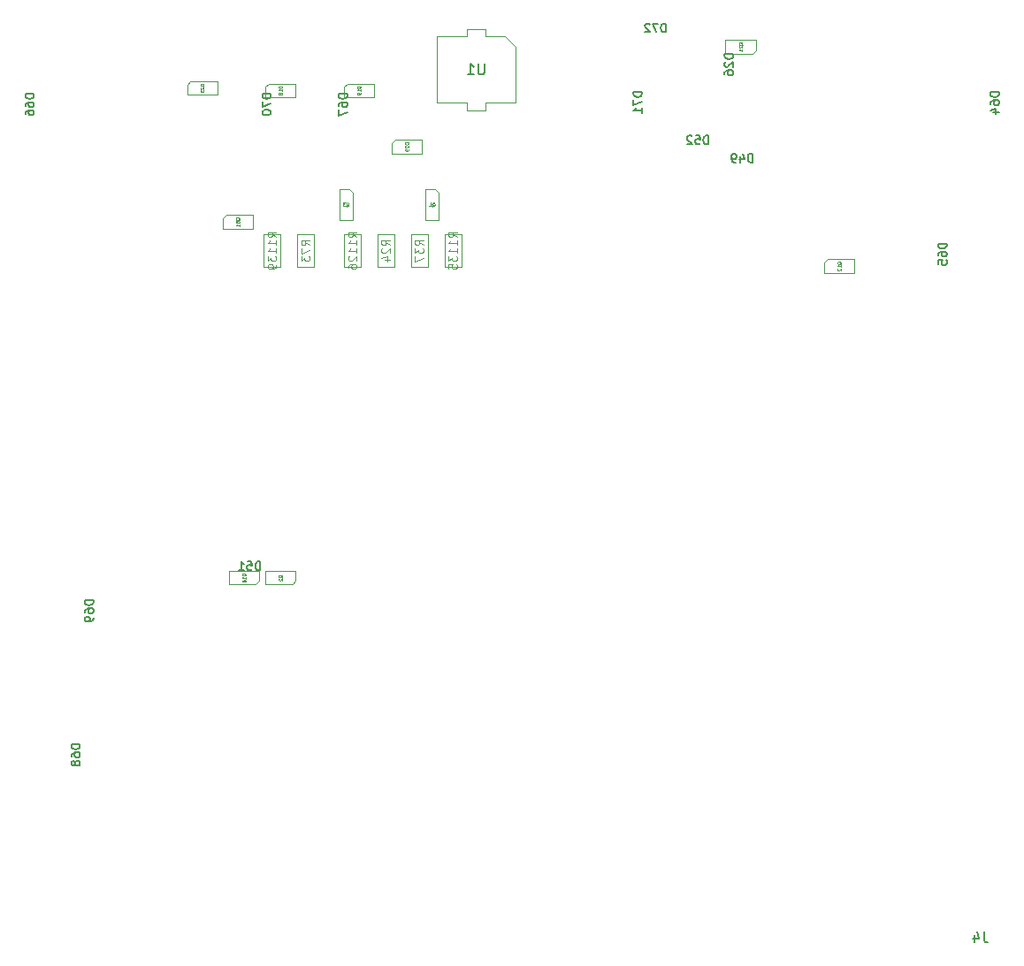
<source format=gbr>
G04 #@! TF.GenerationSoftware,KiCad,Pcbnew,7.0.1*
G04 #@! TF.CreationDate,2023-07-12T00:32:14+03:00*
G04 #@! TF.ProjectId,alphax_4ch,616c7068-6178-45f3-9463-682e6b696361,G*
G04 #@! TF.SameCoordinates,PX141f5e0PYa2cace0*
G04 #@! TF.FileFunction,AssemblyDrawing,Bot*
%FSLAX46Y46*%
G04 Gerber Fmt 4.6, Leading zero omitted, Abs format (unit mm)*
G04 Created by KiCad (PCBNEW 7.0.1) date 2023-07-12 00:32:14*
%MOMM*%
%LPD*%
G01*
G04 APERTURE LIST*
%ADD10C,0.170000*%
%ADD11C,0.050000*%
%ADD12C,0.120000*%
%ADD13C,0.150000*%
%ADD14C,0.100000*%
G04 APERTURE END LIST*
D10*
G04 #@! TO.C,D49*
X72995713Y77945652D02*
X72995713Y78765652D01*
X72995713Y78765652D02*
X72800475Y78765652D01*
X72800475Y78765652D02*
X72683332Y78726604D01*
X72683332Y78726604D02*
X72605237Y78648509D01*
X72605237Y78648509D02*
X72566190Y78570414D01*
X72566190Y78570414D02*
X72527142Y78414223D01*
X72527142Y78414223D02*
X72527142Y78297080D01*
X72527142Y78297080D02*
X72566190Y78140890D01*
X72566190Y78140890D02*
X72605237Y78062795D01*
X72605237Y78062795D02*
X72683332Y77984699D01*
X72683332Y77984699D02*
X72800475Y77945652D01*
X72800475Y77945652D02*
X72995713Y77945652D01*
X71824285Y78492319D02*
X71824285Y77945652D01*
X72019523Y78804699D02*
X72214761Y78218985D01*
X72214761Y78218985D02*
X71707142Y78218985D01*
X71355714Y77945652D02*
X71199523Y77945652D01*
X71199523Y77945652D02*
X71121428Y77984699D01*
X71121428Y77984699D02*
X71082380Y78023747D01*
X71082380Y78023747D02*
X71004285Y78140890D01*
X71004285Y78140890D02*
X70965238Y78297080D01*
X70965238Y78297080D02*
X70965238Y78609461D01*
X70965238Y78609461D02*
X71004285Y78687557D01*
X71004285Y78687557D02*
X71043333Y78726604D01*
X71043333Y78726604D02*
X71121428Y78765652D01*
X71121428Y78765652D02*
X71277619Y78765652D01*
X71277619Y78765652D02*
X71355714Y78726604D01*
X71355714Y78726604D02*
X71394761Y78687557D01*
X71394761Y78687557D02*
X71433809Y78609461D01*
X71433809Y78609461D02*
X71433809Y78414223D01*
X71433809Y78414223D02*
X71394761Y78336128D01*
X71394761Y78336128D02*
X71355714Y78297080D01*
X71355714Y78297080D02*
X71277619Y78258033D01*
X71277619Y78258033D02*
X71121428Y78258033D01*
X71121428Y78258033D02*
X71043333Y78297080D01*
X71043333Y78297080D02*
X71004285Y78336128D01*
X71004285Y78336128D02*
X70965238Y78414223D01*
D11*
G04 #@! TO.C,D23*
X20448038Y85451072D02*
X20128038Y85451072D01*
X20128038Y85451072D02*
X20128038Y85374882D01*
X20128038Y85374882D02*
X20143276Y85329167D01*
X20143276Y85329167D02*
X20173752Y85298691D01*
X20173752Y85298691D02*
X20204228Y85283453D01*
X20204228Y85283453D02*
X20265180Y85268215D01*
X20265180Y85268215D02*
X20310895Y85268215D01*
X20310895Y85268215D02*
X20371847Y85283453D01*
X20371847Y85283453D02*
X20402323Y85298691D01*
X20402323Y85298691D02*
X20432800Y85329167D01*
X20432800Y85329167D02*
X20448038Y85374882D01*
X20448038Y85374882D02*
X20448038Y85451072D01*
X20158514Y85146310D02*
X20143276Y85131072D01*
X20143276Y85131072D02*
X20128038Y85100596D01*
X20128038Y85100596D02*
X20128038Y85024405D01*
X20128038Y85024405D02*
X20143276Y84993929D01*
X20143276Y84993929D02*
X20158514Y84978691D01*
X20158514Y84978691D02*
X20188990Y84963453D01*
X20188990Y84963453D02*
X20219466Y84963453D01*
X20219466Y84963453D02*
X20265180Y84978691D01*
X20265180Y84978691D02*
X20448038Y85161548D01*
X20448038Y85161548D02*
X20448038Y84963453D01*
X20128038Y84856786D02*
X20128038Y84658691D01*
X20128038Y84658691D02*
X20249942Y84765358D01*
X20249942Y84765358D02*
X20249942Y84719643D01*
X20249942Y84719643D02*
X20265180Y84689167D01*
X20265180Y84689167D02*
X20280419Y84673929D01*
X20280419Y84673929D02*
X20310895Y84658691D01*
X20310895Y84658691D02*
X20387085Y84658691D01*
X20387085Y84658691D02*
X20417561Y84673929D01*
X20417561Y84673929D02*
X20432800Y84689167D01*
X20432800Y84689167D02*
X20448038Y84719643D01*
X20448038Y84719643D02*
X20448038Y84811072D01*
X20448038Y84811072D02*
X20432800Y84841548D01*
X20432800Y84841548D02*
X20417561Y84856786D01*
G04 #@! TO.C,Q1*
X42330476Y73721486D02*
X42360952Y73736724D01*
X42360952Y73736724D02*
X42391428Y73767200D01*
X42391428Y73767200D02*
X42437142Y73812915D01*
X42437142Y73812915D02*
X42467619Y73828153D01*
X42467619Y73828153D02*
X42498095Y73828153D01*
X42482857Y73751962D02*
X42513333Y73767200D01*
X42513333Y73767200D02*
X42543809Y73797677D01*
X42543809Y73797677D02*
X42559047Y73858629D01*
X42559047Y73858629D02*
X42559047Y73965296D01*
X42559047Y73965296D02*
X42543809Y74026248D01*
X42543809Y74026248D02*
X42513333Y74056724D01*
X42513333Y74056724D02*
X42482857Y74071962D01*
X42482857Y74071962D02*
X42421904Y74071962D01*
X42421904Y74071962D02*
X42391428Y74056724D01*
X42391428Y74056724D02*
X42360952Y74026248D01*
X42360952Y74026248D02*
X42345714Y73965296D01*
X42345714Y73965296D02*
X42345714Y73858629D01*
X42345714Y73858629D02*
X42360952Y73797677D01*
X42360952Y73797677D02*
X42391428Y73767200D01*
X42391428Y73767200D02*
X42421904Y73751962D01*
X42421904Y73751962D02*
X42482857Y73751962D01*
X42040952Y73751962D02*
X42223809Y73751962D01*
X42132381Y73751962D02*
X42132381Y74071962D01*
X42132381Y74071962D02*
X42162857Y74026248D01*
X42162857Y74026248D02*
X42193333Y73995772D01*
X42193333Y73995772D02*
X42223809Y73980534D01*
D12*
G04 #@! TO.C,R24*
X38270095Y70014286D02*
X37889142Y70280953D01*
X38270095Y70471429D02*
X37470095Y70471429D01*
X37470095Y70471429D02*
X37470095Y70166667D01*
X37470095Y70166667D02*
X37508190Y70090477D01*
X37508190Y70090477D02*
X37546285Y70052382D01*
X37546285Y70052382D02*
X37622476Y70014286D01*
X37622476Y70014286D02*
X37736761Y70014286D01*
X37736761Y70014286D02*
X37812952Y70052382D01*
X37812952Y70052382D02*
X37851047Y70090477D01*
X37851047Y70090477D02*
X37889142Y70166667D01*
X37889142Y70166667D02*
X37889142Y70471429D01*
X37546285Y69709525D02*
X37508190Y69671429D01*
X37508190Y69671429D02*
X37470095Y69595239D01*
X37470095Y69595239D02*
X37470095Y69404763D01*
X37470095Y69404763D02*
X37508190Y69328572D01*
X37508190Y69328572D02*
X37546285Y69290477D01*
X37546285Y69290477D02*
X37622476Y69252382D01*
X37622476Y69252382D02*
X37698666Y69252382D01*
X37698666Y69252382D02*
X37812952Y69290477D01*
X37812952Y69290477D02*
X38270095Y69747620D01*
X38270095Y69747620D02*
X38270095Y69252382D01*
X37736761Y68566667D02*
X38270095Y68566667D01*
X37432000Y68757143D02*
X38003428Y68947620D01*
X38003428Y68947620D02*
X38003428Y68452381D01*
D10*
G04 #@! TO.C,D68*
X8599348Y22195714D02*
X7779348Y22195714D01*
X7779348Y22195714D02*
X7779348Y22000476D01*
X7779348Y22000476D02*
X7818396Y21883333D01*
X7818396Y21883333D02*
X7896491Y21805238D01*
X7896491Y21805238D02*
X7974586Y21766191D01*
X7974586Y21766191D02*
X8130777Y21727143D01*
X8130777Y21727143D02*
X8247920Y21727143D01*
X8247920Y21727143D02*
X8404110Y21766191D01*
X8404110Y21766191D02*
X8482205Y21805238D01*
X8482205Y21805238D02*
X8560301Y21883333D01*
X8560301Y21883333D02*
X8599348Y22000476D01*
X8599348Y22000476D02*
X8599348Y22195714D01*
X7779348Y21024286D02*
X7779348Y21180476D01*
X7779348Y21180476D02*
X7818396Y21258572D01*
X7818396Y21258572D02*
X7857443Y21297619D01*
X7857443Y21297619D02*
X7974586Y21375714D01*
X7974586Y21375714D02*
X8130777Y21414762D01*
X8130777Y21414762D02*
X8443158Y21414762D01*
X8443158Y21414762D02*
X8521253Y21375714D01*
X8521253Y21375714D02*
X8560301Y21336667D01*
X8560301Y21336667D02*
X8599348Y21258572D01*
X8599348Y21258572D02*
X8599348Y21102381D01*
X8599348Y21102381D02*
X8560301Y21024286D01*
X8560301Y21024286D02*
X8521253Y20985238D01*
X8521253Y20985238D02*
X8443158Y20946191D01*
X8443158Y20946191D02*
X8247920Y20946191D01*
X8247920Y20946191D02*
X8169824Y20985238D01*
X8169824Y20985238D02*
X8130777Y21024286D01*
X8130777Y21024286D02*
X8091729Y21102381D01*
X8091729Y21102381D02*
X8091729Y21258572D01*
X8091729Y21258572D02*
X8130777Y21336667D01*
X8130777Y21336667D02*
X8169824Y21375714D01*
X8169824Y21375714D02*
X8247920Y21414762D01*
X8130777Y20477620D02*
X8091729Y20555715D01*
X8091729Y20555715D02*
X8052681Y20594762D01*
X8052681Y20594762D02*
X7974586Y20633810D01*
X7974586Y20633810D02*
X7935539Y20633810D01*
X7935539Y20633810D02*
X7857443Y20594762D01*
X7857443Y20594762D02*
X7818396Y20555715D01*
X7818396Y20555715D02*
X7779348Y20477620D01*
X7779348Y20477620D02*
X7779348Y20321429D01*
X7779348Y20321429D02*
X7818396Y20243334D01*
X7818396Y20243334D02*
X7857443Y20204286D01*
X7857443Y20204286D02*
X7935539Y20165239D01*
X7935539Y20165239D02*
X7974586Y20165239D01*
X7974586Y20165239D02*
X8052681Y20204286D01*
X8052681Y20204286D02*
X8091729Y20243334D01*
X8091729Y20243334D02*
X8130777Y20321429D01*
X8130777Y20321429D02*
X8130777Y20477620D01*
X8130777Y20477620D02*
X8169824Y20555715D01*
X8169824Y20555715D02*
X8208872Y20594762D01*
X8208872Y20594762D02*
X8286967Y20633810D01*
X8286967Y20633810D02*
X8443158Y20633810D01*
X8443158Y20633810D02*
X8521253Y20594762D01*
X8521253Y20594762D02*
X8560301Y20555715D01*
X8560301Y20555715D02*
X8599348Y20477620D01*
X8599348Y20477620D02*
X8599348Y20321429D01*
X8599348Y20321429D02*
X8560301Y20243334D01*
X8560301Y20243334D02*
X8521253Y20204286D01*
X8521253Y20204286D02*
X8443158Y20165239D01*
X8443158Y20165239D02*
X8286967Y20165239D01*
X8286967Y20165239D02*
X8208872Y20204286D01*
X8208872Y20204286D02*
X8169824Y20243334D01*
X8169824Y20243334D02*
X8130777Y20321429D01*
G04 #@! TO.C,D65*
X91584348Y70170714D02*
X90764348Y70170714D01*
X90764348Y70170714D02*
X90764348Y69975476D01*
X90764348Y69975476D02*
X90803396Y69858333D01*
X90803396Y69858333D02*
X90881491Y69780238D01*
X90881491Y69780238D02*
X90959586Y69741191D01*
X90959586Y69741191D02*
X91115777Y69702143D01*
X91115777Y69702143D02*
X91232920Y69702143D01*
X91232920Y69702143D02*
X91389110Y69741191D01*
X91389110Y69741191D02*
X91467205Y69780238D01*
X91467205Y69780238D02*
X91545301Y69858333D01*
X91545301Y69858333D02*
X91584348Y69975476D01*
X91584348Y69975476D02*
X91584348Y70170714D01*
X90764348Y68999286D02*
X90764348Y69155476D01*
X90764348Y69155476D02*
X90803396Y69233572D01*
X90803396Y69233572D02*
X90842443Y69272619D01*
X90842443Y69272619D02*
X90959586Y69350714D01*
X90959586Y69350714D02*
X91115777Y69389762D01*
X91115777Y69389762D02*
X91428158Y69389762D01*
X91428158Y69389762D02*
X91506253Y69350714D01*
X91506253Y69350714D02*
X91545301Y69311667D01*
X91545301Y69311667D02*
X91584348Y69233572D01*
X91584348Y69233572D02*
X91584348Y69077381D01*
X91584348Y69077381D02*
X91545301Y68999286D01*
X91545301Y68999286D02*
X91506253Y68960238D01*
X91506253Y68960238D02*
X91428158Y68921191D01*
X91428158Y68921191D02*
X91232920Y68921191D01*
X91232920Y68921191D02*
X91154824Y68960238D01*
X91154824Y68960238D02*
X91115777Y68999286D01*
X91115777Y68999286D02*
X91076729Y69077381D01*
X91076729Y69077381D02*
X91076729Y69233572D01*
X91076729Y69233572D02*
X91115777Y69311667D01*
X91115777Y69311667D02*
X91154824Y69350714D01*
X91154824Y69350714D02*
X91232920Y69389762D01*
X90764348Y68179286D02*
X90764348Y68569762D01*
X90764348Y68569762D02*
X91154824Y68608810D01*
X91154824Y68608810D02*
X91115777Y68569762D01*
X91115777Y68569762D02*
X91076729Y68491667D01*
X91076729Y68491667D02*
X91076729Y68296429D01*
X91076729Y68296429D02*
X91115777Y68218334D01*
X91115777Y68218334D02*
X91154824Y68179286D01*
X91154824Y68179286D02*
X91232920Y68140239D01*
X91232920Y68140239D02*
X91428158Y68140239D01*
X91428158Y68140239D02*
X91506253Y68179286D01*
X91506253Y68179286D02*
X91545301Y68218334D01*
X91545301Y68218334D02*
X91584348Y68296429D01*
X91584348Y68296429D02*
X91584348Y68491667D01*
X91584348Y68491667D02*
X91545301Y68569762D01*
X91545301Y68569762D02*
X91506253Y68608810D01*
D11*
G04 #@! TO.C,Q3*
X34092976Y73721486D02*
X34123452Y73736724D01*
X34123452Y73736724D02*
X34153928Y73767200D01*
X34153928Y73767200D02*
X34199642Y73812915D01*
X34199642Y73812915D02*
X34230119Y73828153D01*
X34230119Y73828153D02*
X34260595Y73828153D01*
X34245357Y73751962D02*
X34275833Y73767200D01*
X34275833Y73767200D02*
X34306309Y73797677D01*
X34306309Y73797677D02*
X34321547Y73858629D01*
X34321547Y73858629D02*
X34321547Y73965296D01*
X34321547Y73965296D02*
X34306309Y74026248D01*
X34306309Y74026248D02*
X34275833Y74056724D01*
X34275833Y74056724D02*
X34245357Y74071962D01*
X34245357Y74071962D02*
X34184404Y74071962D01*
X34184404Y74071962D02*
X34153928Y74056724D01*
X34153928Y74056724D02*
X34123452Y74026248D01*
X34123452Y74026248D02*
X34108214Y73965296D01*
X34108214Y73965296D02*
X34108214Y73858629D01*
X34108214Y73858629D02*
X34123452Y73797677D01*
X34123452Y73797677D02*
X34153928Y73767200D01*
X34153928Y73767200D02*
X34184404Y73751962D01*
X34184404Y73751962D02*
X34245357Y73751962D01*
X34001547Y74071962D02*
X33803452Y74071962D01*
X33803452Y74071962D02*
X33910119Y73950058D01*
X33910119Y73950058D02*
X33864404Y73950058D01*
X33864404Y73950058D02*
X33833928Y73934820D01*
X33833928Y73934820D02*
X33818690Y73919581D01*
X33818690Y73919581D02*
X33803452Y73889105D01*
X33803452Y73889105D02*
X33803452Y73812915D01*
X33803452Y73812915D02*
X33818690Y73782439D01*
X33818690Y73782439D02*
X33833928Y73767200D01*
X33833928Y73767200D02*
X33864404Y73751962D01*
X33864404Y73751962D02*
X33955833Y73751962D01*
X33955833Y73751962D02*
X33986309Y73767200D01*
X33986309Y73767200D02*
X34001547Y73782439D01*
G04 #@! TO.C,D19*
X35448038Y85226072D02*
X35128038Y85226072D01*
X35128038Y85226072D02*
X35128038Y85149882D01*
X35128038Y85149882D02*
X35143276Y85104167D01*
X35143276Y85104167D02*
X35173752Y85073691D01*
X35173752Y85073691D02*
X35204228Y85058453D01*
X35204228Y85058453D02*
X35265180Y85043215D01*
X35265180Y85043215D02*
X35310895Y85043215D01*
X35310895Y85043215D02*
X35371847Y85058453D01*
X35371847Y85058453D02*
X35402323Y85073691D01*
X35402323Y85073691D02*
X35432800Y85104167D01*
X35432800Y85104167D02*
X35448038Y85149882D01*
X35448038Y85149882D02*
X35448038Y85226072D01*
X35448038Y84738453D02*
X35448038Y84921310D01*
X35448038Y84829882D02*
X35128038Y84829882D01*
X35128038Y84829882D02*
X35173752Y84860358D01*
X35173752Y84860358D02*
X35204228Y84890834D01*
X35204228Y84890834D02*
X35219466Y84921310D01*
X35448038Y84586072D02*
X35448038Y84525120D01*
X35448038Y84525120D02*
X35432800Y84494643D01*
X35432800Y84494643D02*
X35417561Y84479405D01*
X35417561Y84479405D02*
X35371847Y84448929D01*
X35371847Y84448929D02*
X35310895Y84433691D01*
X35310895Y84433691D02*
X35188990Y84433691D01*
X35188990Y84433691D02*
X35158514Y84448929D01*
X35158514Y84448929D02*
X35143276Y84464167D01*
X35143276Y84464167D02*
X35128038Y84494643D01*
X35128038Y84494643D02*
X35128038Y84555596D01*
X35128038Y84555596D02*
X35143276Y84586072D01*
X35143276Y84586072D02*
X35158514Y84601310D01*
X35158514Y84601310D02*
X35188990Y84616548D01*
X35188990Y84616548D02*
X35265180Y84616548D01*
X35265180Y84616548D02*
X35295657Y84601310D01*
X35295657Y84601310D02*
X35310895Y84586072D01*
X35310895Y84586072D02*
X35326133Y84555596D01*
X35326133Y84555596D02*
X35326133Y84494643D01*
X35326133Y84494643D02*
X35310895Y84464167D01*
X35310895Y84464167D02*
X35295657Y84448929D01*
X35295657Y84448929D02*
X35265180Y84433691D01*
D12*
G04 #@! TO.C,R1135*
X44670095Y70776191D02*
X44289142Y71042858D01*
X44670095Y71233334D02*
X43870095Y71233334D01*
X43870095Y71233334D02*
X43870095Y70928572D01*
X43870095Y70928572D02*
X43908190Y70852382D01*
X43908190Y70852382D02*
X43946285Y70814287D01*
X43946285Y70814287D02*
X44022476Y70776191D01*
X44022476Y70776191D02*
X44136761Y70776191D01*
X44136761Y70776191D02*
X44212952Y70814287D01*
X44212952Y70814287D02*
X44251047Y70852382D01*
X44251047Y70852382D02*
X44289142Y70928572D01*
X44289142Y70928572D02*
X44289142Y71233334D01*
X44670095Y70014287D02*
X44670095Y70471430D01*
X44670095Y70242858D02*
X43870095Y70242858D01*
X43870095Y70242858D02*
X43984380Y70319049D01*
X43984380Y70319049D02*
X44060571Y70395239D01*
X44060571Y70395239D02*
X44098666Y70471430D01*
X44670095Y69252382D02*
X44670095Y69709525D01*
X44670095Y69480953D02*
X43870095Y69480953D01*
X43870095Y69480953D02*
X43984380Y69557144D01*
X43984380Y69557144D02*
X44060571Y69633334D01*
X44060571Y69633334D02*
X44098666Y69709525D01*
X43870095Y68985715D02*
X43870095Y68490477D01*
X43870095Y68490477D02*
X44174857Y68757143D01*
X44174857Y68757143D02*
X44174857Y68642858D01*
X44174857Y68642858D02*
X44212952Y68566667D01*
X44212952Y68566667D02*
X44251047Y68528572D01*
X44251047Y68528572D02*
X44327238Y68490477D01*
X44327238Y68490477D02*
X44517714Y68490477D01*
X44517714Y68490477D02*
X44593904Y68528572D01*
X44593904Y68528572D02*
X44632000Y68566667D01*
X44632000Y68566667D02*
X44670095Y68642858D01*
X44670095Y68642858D02*
X44670095Y68871429D01*
X44670095Y68871429D02*
X44632000Y68947620D01*
X44632000Y68947620D02*
X44593904Y68985715D01*
X43870095Y67766667D02*
X43870095Y68147619D01*
X43870095Y68147619D02*
X44251047Y68185715D01*
X44251047Y68185715D02*
X44212952Y68147619D01*
X44212952Y68147619D02*
X44174857Y68071429D01*
X44174857Y68071429D02*
X44174857Y67880953D01*
X44174857Y67880953D02*
X44212952Y67804762D01*
X44212952Y67804762D02*
X44251047Y67766667D01*
X44251047Y67766667D02*
X44327238Y67728572D01*
X44327238Y67728572D02*
X44517714Y67728572D01*
X44517714Y67728572D02*
X44593904Y67766667D01*
X44593904Y67766667D02*
X44632000Y67804762D01*
X44632000Y67804762D02*
X44670095Y67880953D01*
X44670095Y67880953D02*
X44670095Y68071429D01*
X44670095Y68071429D02*
X44632000Y68147619D01*
X44632000Y68147619D02*
X44593904Y68185715D01*
D10*
G04 #@! TO.C,D26*
X71129348Y88333214D02*
X70309348Y88333214D01*
X70309348Y88333214D02*
X70309348Y88137976D01*
X70309348Y88137976D02*
X70348396Y88020833D01*
X70348396Y88020833D02*
X70426491Y87942738D01*
X70426491Y87942738D02*
X70504586Y87903691D01*
X70504586Y87903691D02*
X70660777Y87864643D01*
X70660777Y87864643D02*
X70777920Y87864643D01*
X70777920Y87864643D02*
X70934110Y87903691D01*
X70934110Y87903691D02*
X71012205Y87942738D01*
X71012205Y87942738D02*
X71090301Y88020833D01*
X71090301Y88020833D02*
X71129348Y88137976D01*
X71129348Y88137976D02*
X71129348Y88333214D01*
X70387443Y87552262D02*
X70348396Y87513214D01*
X70348396Y87513214D02*
X70309348Y87435119D01*
X70309348Y87435119D02*
X70309348Y87239881D01*
X70309348Y87239881D02*
X70348396Y87161786D01*
X70348396Y87161786D02*
X70387443Y87122738D01*
X70387443Y87122738D02*
X70465539Y87083691D01*
X70465539Y87083691D02*
X70543634Y87083691D01*
X70543634Y87083691D02*
X70660777Y87122738D01*
X70660777Y87122738D02*
X71129348Y87591310D01*
X71129348Y87591310D02*
X71129348Y87083691D01*
X70309348Y86380834D02*
X70309348Y86537024D01*
X70309348Y86537024D02*
X70348396Y86615120D01*
X70348396Y86615120D02*
X70387443Y86654167D01*
X70387443Y86654167D02*
X70504586Y86732262D01*
X70504586Y86732262D02*
X70660777Y86771310D01*
X70660777Y86771310D02*
X70973158Y86771310D01*
X70973158Y86771310D02*
X71051253Y86732262D01*
X71051253Y86732262D02*
X71090301Y86693215D01*
X71090301Y86693215D02*
X71129348Y86615120D01*
X71129348Y86615120D02*
X71129348Y86458929D01*
X71129348Y86458929D02*
X71090301Y86380834D01*
X71090301Y86380834D02*
X71051253Y86341786D01*
X71051253Y86341786D02*
X70973158Y86302739D01*
X70973158Y86302739D02*
X70777920Y86302739D01*
X70777920Y86302739D02*
X70699824Y86341786D01*
X70699824Y86341786D02*
X70660777Y86380834D01*
X70660777Y86380834D02*
X70621729Y86458929D01*
X70621729Y86458929D02*
X70621729Y86615120D01*
X70621729Y86615120D02*
X70660777Y86693215D01*
X70660777Y86693215D02*
X70699824Y86732262D01*
X70699824Y86732262D02*
X70777920Y86771310D01*
G04 #@! TO.C,D72*
X64695713Y90420652D02*
X64695713Y91240652D01*
X64695713Y91240652D02*
X64500475Y91240652D01*
X64500475Y91240652D02*
X64383332Y91201604D01*
X64383332Y91201604D02*
X64305237Y91123509D01*
X64305237Y91123509D02*
X64266190Y91045414D01*
X64266190Y91045414D02*
X64227142Y90889223D01*
X64227142Y90889223D02*
X64227142Y90772080D01*
X64227142Y90772080D02*
X64266190Y90615890D01*
X64266190Y90615890D02*
X64305237Y90537795D01*
X64305237Y90537795D02*
X64383332Y90459699D01*
X64383332Y90459699D02*
X64500475Y90420652D01*
X64500475Y90420652D02*
X64695713Y90420652D01*
X63953809Y91240652D02*
X63407142Y91240652D01*
X63407142Y91240652D02*
X63758571Y90420652D01*
X63133809Y91162557D02*
X63094761Y91201604D01*
X63094761Y91201604D02*
X63016666Y91240652D01*
X63016666Y91240652D02*
X62821428Y91240652D01*
X62821428Y91240652D02*
X62743333Y91201604D01*
X62743333Y91201604D02*
X62704285Y91162557D01*
X62704285Y91162557D02*
X62665238Y91084461D01*
X62665238Y91084461D02*
X62665238Y91006366D01*
X62665238Y91006366D02*
X62704285Y90889223D01*
X62704285Y90889223D02*
X63172857Y90420652D01*
X63172857Y90420652D02*
X62665238Y90420652D01*
D12*
G04 #@! TO.C,R1126*
X35070095Y70776191D02*
X34689142Y71042858D01*
X35070095Y71233334D02*
X34270095Y71233334D01*
X34270095Y71233334D02*
X34270095Y70928572D01*
X34270095Y70928572D02*
X34308190Y70852382D01*
X34308190Y70852382D02*
X34346285Y70814287D01*
X34346285Y70814287D02*
X34422476Y70776191D01*
X34422476Y70776191D02*
X34536761Y70776191D01*
X34536761Y70776191D02*
X34612952Y70814287D01*
X34612952Y70814287D02*
X34651047Y70852382D01*
X34651047Y70852382D02*
X34689142Y70928572D01*
X34689142Y70928572D02*
X34689142Y71233334D01*
X35070095Y70014287D02*
X35070095Y70471430D01*
X35070095Y70242858D02*
X34270095Y70242858D01*
X34270095Y70242858D02*
X34384380Y70319049D01*
X34384380Y70319049D02*
X34460571Y70395239D01*
X34460571Y70395239D02*
X34498666Y70471430D01*
X35070095Y69252382D02*
X35070095Y69709525D01*
X35070095Y69480953D02*
X34270095Y69480953D01*
X34270095Y69480953D02*
X34384380Y69557144D01*
X34384380Y69557144D02*
X34460571Y69633334D01*
X34460571Y69633334D02*
X34498666Y69709525D01*
X34346285Y68947620D02*
X34308190Y68909524D01*
X34308190Y68909524D02*
X34270095Y68833334D01*
X34270095Y68833334D02*
X34270095Y68642858D01*
X34270095Y68642858D02*
X34308190Y68566667D01*
X34308190Y68566667D02*
X34346285Y68528572D01*
X34346285Y68528572D02*
X34422476Y68490477D01*
X34422476Y68490477D02*
X34498666Y68490477D01*
X34498666Y68490477D02*
X34612952Y68528572D01*
X34612952Y68528572D02*
X35070095Y68985715D01*
X35070095Y68985715D02*
X35070095Y68490477D01*
X34270095Y67804762D02*
X34270095Y67957143D01*
X34270095Y67957143D02*
X34308190Y68033334D01*
X34308190Y68033334D02*
X34346285Y68071429D01*
X34346285Y68071429D02*
X34460571Y68147619D01*
X34460571Y68147619D02*
X34612952Y68185715D01*
X34612952Y68185715D02*
X34917714Y68185715D01*
X34917714Y68185715D02*
X34993904Y68147619D01*
X34993904Y68147619D02*
X35032000Y68109524D01*
X35032000Y68109524D02*
X35070095Y68033334D01*
X35070095Y68033334D02*
X35070095Y67880953D01*
X35070095Y67880953D02*
X35032000Y67804762D01*
X35032000Y67804762D02*
X34993904Y67766667D01*
X34993904Y67766667D02*
X34917714Y67728572D01*
X34917714Y67728572D02*
X34727238Y67728572D01*
X34727238Y67728572D02*
X34651047Y67766667D01*
X34651047Y67766667D02*
X34612952Y67804762D01*
X34612952Y67804762D02*
X34574857Y67880953D01*
X34574857Y67880953D02*
X34574857Y68033334D01*
X34574857Y68033334D02*
X34612952Y68109524D01*
X34612952Y68109524D02*
X34651047Y68147619D01*
X34651047Y68147619D02*
X34727238Y68185715D01*
D11*
G04 #@! TO.C,D29*
X40048038Y79826072D02*
X39728038Y79826072D01*
X39728038Y79826072D02*
X39728038Y79749882D01*
X39728038Y79749882D02*
X39743276Y79704167D01*
X39743276Y79704167D02*
X39773752Y79673691D01*
X39773752Y79673691D02*
X39804228Y79658453D01*
X39804228Y79658453D02*
X39865180Y79643215D01*
X39865180Y79643215D02*
X39910895Y79643215D01*
X39910895Y79643215D02*
X39971847Y79658453D01*
X39971847Y79658453D02*
X40002323Y79673691D01*
X40002323Y79673691D02*
X40032800Y79704167D01*
X40032800Y79704167D02*
X40048038Y79749882D01*
X40048038Y79749882D02*
X40048038Y79826072D01*
X39758514Y79521310D02*
X39743276Y79506072D01*
X39743276Y79506072D02*
X39728038Y79475596D01*
X39728038Y79475596D02*
X39728038Y79399405D01*
X39728038Y79399405D02*
X39743276Y79368929D01*
X39743276Y79368929D02*
X39758514Y79353691D01*
X39758514Y79353691D02*
X39788990Y79338453D01*
X39788990Y79338453D02*
X39819466Y79338453D01*
X39819466Y79338453D02*
X39865180Y79353691D01*
X39865180Y79353691D02*
X40048038Y79536548D01*
X40048038Y79536548D02*
X40048038Y79338453D01*
X40048038Y79186072D02*
X40048038Y79125120D01*
X40048038Y79125120D02*
X40032800Y79094643D01*
X40032800Y79094643D02*
X40017561Y79079405D01*
X40017561Y79079405D02*
X39971847Y79048929D01*
X39971847Y79048929D02*
X39910895Y79033691D01*
X39910895Y79033691D02*
X39788990Y79033691D01*
X39788990Y79033691D02*
X39758514Y79048929D01*
X39758514Y79048929D02*
X39743276Y79064167D01*
X39743276Y79064167D02*
X39728038Y79094643D01*
X39728038Y79094643D02*
X39728038Y79155596D01*
X39728038Y79155596D02*
X39743276Y79186072D01*
X39743276Y79186072D02*
X39758514Y79201310D01*
X39758514Y79201310D02*
X39788990Y79216548D01*
X39788990Y79216548D02*
X39865180Y79216548D01*
X39865180Y79216548D02*
X39895657Y79201310D01*
X39895657Y79201310D02*
X39910895Y79186072D01*
X39910895Y79186072D02*
X39926133Y79155596D01*
X39926133Y79155596D02*
X39926133Y79094643D01*
X39926133Y79094643D02*
X39910895Y79064167D01*
X39910895Y79064167D02*
X39895657Y79048929D01*
X39895657Y79048929D02*
X39865180Y79033691D01*
D10*
G04 #@! TO.C,D71*
X62399348Y84695714D02*
X61579348Y84695714D01*
X61579348Y84695714D02*
X61579348Y84500476D01*
X61579348Y84500476D02*
X61618396Y84383333D01*
X61618396Y84383333D02*
X61696491Y84305238D01*
X61696491Y84305238D02*
X61774586Y84266191D01*
X61774586Y84266191D02*
X61930777Y84227143D01*
X61930777Y84227143D02*
X62047920Y84227143D01*
X62047920Y84227143D02*
X62204110Y84266191D01*
X62204110Y84266191D02*
X62282205Y84305238D01*
X62282205Y84305238D02*
X62360301Y84383333D01*
X62360301Y84383333D02*
X62399348Y84500476D01*
X62399348Y84500476D02*
X62399348Y84695714D01*
X61579348Y83953810D02*
X61579348Y83407143D01*
X61579348Y83407143D02*
X62399348Y83758572D01*
X62399348Y82665239D02*
X62399348Y83133810D01*
X62399348Y82899524D02*
X61579348Y82899524D01*
X61579348Y82899524D02*
X61696491Y82977620D01*
X61696491Y82977620D02*
X61774586Y83055715D01*
X61774586Y83055715D02*
X61813634Y83133810D01*
D12*
G04 #@! TO.C,R73*
X30570095Y70014286D02*
X30189142Y70280953D01*
X30570095Y70471429D02*
X29770095Y70471429D01*
X29770095Y70471429D02*
X29770095Y70166667D01*
X29770095Y70166667D02*
X29808190Y70090477D01*
X29808190Y70090477D02*
X29846285Y70052382D01*
X29846285Y70052382D02*
X29922476Y70014286D01*
X29922476Y70014286D02*
X30036761Y70014286D01*
X30036761Y70014286D02*
X30112952Y70052382D01*
X30112952Y70052382D02*
X30151047Y70090477D01*
X30151047Y70090477D02*
X30189142Y70166667D01*
X30189142Y70166667D02*
X30189142Y70471429D01*
X29770095Y69747620D02*
X29770095Y69214286D01*
X29770095Y69214286D02*
X30570095Y69557144D01*
X29770095Y68985715D02*
X29770095Y68490477D01*
X29770095Y68490477D02*
X30074857Y68757143D01*
X30074857Y68757143D02*
X30074857Y68642858D01*
X30074857Y68642858D02*
X30112952Y68566667D01*
X30112952Y68566667D02*
X30151047Y68528572D01*
X30151047Y68528572D02*
X30227238Y68490477D01*
X30227238Y68490477D02*
X30417714Y68490477D01*
X30417714Y68490477D02*
X30493904Y68528572D01*
X30493904Y68528572D02*
X30532000Y68566667D01*
X30532000Y68566667D02*
X30570095Y68642858D01*
X30570095Y68642858D02*
X30570095Y68871429D01*
X30570095Y68871429D02*
X30532000Y68947620D01*
X30532000Y68947620D02*
X30493904Y68985715D01*
D13*
G04 #@! TO.C,U1*
X47307194Y87377381D02*
X47307194Y86567858D01*
X47307194Y86567858D02*
X47259575Y86472620D01*
X47259575Y86472620D02*
X47211956Y86425000D01*
X47211956Y86425000D02*
X47116718Y86377381D01*
X47116718Y86377381D02*
X46926242Y86377381D01*
X46926242Y86377381D02*
X46831004Y86425000D01*
X46831004Y86425000D02*
X46783385Y86472620D01*
X46783385Y86472620D02*
X46735766Y86567858D01*
X46735766Y86567858D02*
X46735766Y87377381D01*
X45735766Y86377381D02*
X46307194Y86377381D01*
X46021480Y86377381D02*
X46021480Y87377381D01*
X46021480Y87377381D02*
X46116718Y87234524D01*
X46116718Y87234524D02*
X46211956Y87139286D01*
X46211956Y87139286D02*
X46307194Y87091667D01*
D11*
G04 #@! TO.C,Q12*
X81478514Y68182858D02*
X81463276Y68213334D01*
X81463276Y68213334D02*
X81432800Y68243810D01*
X81432800Y68243810D02*
X81387085Y68289524D01*
X81387085Y68289524D02*
X81371847Y68320001D01*
X81371847Y68320001D02*
X81371847Y68350477D01*
X81448038Y68335239D02*
X81432800Y68365715D01*
X81432800Y68365715D02*
X81402323Y68396191D01*
X81402323Y68396191D02*
X81341371Y68411429D01*
X81341371Y68411429D02*
X81234704Y68411429D01*
X81234704Y68411429D02*
X81173752Y68396191D01*
X81173752Y68396191D02*
X81143276Y68365715D01*
X81143276Y68365715D02*
X81128038Y68335239D01*
X81128038Y68335239D02*
X81128038Y68274286D01*
X81128038Y68274286D02*
X81143276Y68243810D01*
X81143276Y68243810D02*
X81173752Y68213334D01*
X81173752Y68213334D02*
X81234704Y68198096D01*
X81234704Y68198096D02*
X81341371Y68198096D01*
X81341371Y68198096D02*
X81402323Y68213334D01*
X81402323Y68213334D02*
X81432800Y68243810D01*
X81432800Y68243810D02*
X81448038Y68274286D01*
X81448038Y68274286D02*
X81448038Y68335239D01*
X81448038Y67893334D02*
X81448038Y68076191D01*
X81448038Y67984763D02*
X81128038Y67984763D01*
X81128038Y67984763D02*
X81173752Y68015239D01*
X81173752Y68015239D02*
X81204228Y68045715D01*
X81204228Y68045715D02*
X81219466Y68076191D01*
X81158514Y67771429D02*
X81143276Y67756191D01*
X81143276Y67756191D02*
X81128038Y67725715D01*
X81128038Y67725715D02*
X81128038Y67649524D01*
X81128038Y67649524D02*
X81143276Y67619048D01*
X81143276Y67619048D02*
X81158514Y67603810D01*
X81158514Y67603810D02*
X81188990Y67588572D01*
X81188990Y67588572D02*
X81219466Y67588572D01*
X81219466Y67588572D02*
X81265180Y67603810D01*
X81265180Y67603810D02*
X81448038Y67786667D01*
X81448038Y67786667D02*
X81448038Y67588572D01*
G04 #@! TO.C,Q2*
X27978514Y38188058D02*
X27963276Y38218534D01*
X27963276Y38218534D02*
X27932800Y38249010D01*
X27932800Y38249010D02*
X27887085Y38294724D01*
X27887085Y38294724D02*
X27871847Y38325201D01*
X27871847Y38325201D02*
X27871847Y38355677D01*
X27948038Y38340439D02*
X27932800Y38370915D01*
X27932800Y38370915D02*
X27902323Y38401391D01*
X27902323Y38401391D02*
X27841371Y38416629D01*
X27841371Y38416629D02*
X27734704Y38416629D01*
X27734704Y38416629D02*
X27673752Y38401391D01*
X27673752Y38401391D02*
X27643276Y38370915D01*
X27643276Y38370915D02*
X27628038Y38340439D01*
X27628038Y38340439D02*
X27628038Y38279486D01*
X27628038Y38279486D02*
X27643276Y38249010D01*
X27643276Y38249010D02*
X27673752Y38218534D01*
X27673752Y38218534D02*
X27734704Y38203296D01*
X27734704Y38203296D02*
X27841371Y38203296D01*
X27841371Y38203296D02*
X27902323Y38218534D01*
X27902323Y38218534D02*
X27932800Y38249010D01*
X27932800Y38249010D02*
X27948038Y38279486D01*
X27948038Y38279486D02*
X27948038Y38340439D01*
X27658514Y38081391D02*
X27643276Y38066153D01*
X27643276Y38066153D02*
X27628038Y38035677D01*
X27628038Y38035677D02*
X27628038Y37959486D01*
X27628038Y37959486D02*
X27643276Y37929010D01*
X27643276Y37929010D02*
X27658514Y37913772D01*
X27658514Y37913772D02*
X27688990Y37898534D01*
X27688990Y37898534D02*
X27719466Y37898534D01*
X27719466Y37898534D02*
X27765180Y37913772D01*
X27765180Y37913772D02*
X27948038Y38096629D01*
X27948038Y38096629D02*
X27948038Y37898534D01*
D10*
G04 #@! TO.C,D64*
X96584348Y84670714D02*
X95764348Y84670714D01*
X95764348Y84670714D02*
X95764348Y84475476D01*
X95764348Y84475476D02*
X95803396Y84358333D01*
X95803396Y84358333D02*
X95881491Y84280238D01*
X95881491Y84280238D02*
X95959586Y84241191D01*
X95959586Y84241191D02*
X96115777Y84202143D01*
X96115777Y84202143D02*
X96232920Y84202143D01*
X96232920Y84202143D02*
X96389110Y84241191D01*
X96389110Y84241191D02*
X96467205Y84280238D01*
X96467205Y84280238D02*
X96545301Y84358333D01*
X96545301Y84358333D02*
X96584348Y84475476D01*
X96584348Y84475476D02*
X96584348Y84670714D01*
X95764348Y83499286D02*
X95764348Y83655476D01*
X95764348Y83655476D02*
X95803396Y83733572D01*
X95803396Y83733572D02*
X95842443Y83772619D01*
X95842443Y83772619D02*
X95959586Y83850714D01*
X95959586Y83850714D02*
X96115777Y83889762D01*
X96115777Y83889762D02*
X96428158Y83889762D01*
X96428158Y83889762D02*
X96506253Y83850714D01*
X96506253Y83850714D02*
X96545301Y83811667D01*
X96545301Y83811667D02*
X96584348Y83733572D01*
X96584348Y83733572D02*
X96584348Y83577381D01*
X96584348Y83577381D02*
X96545301Y83499286D01*
X96545301Y83499286D02*
X96506253Y83460238D01*
X96506253Y83460238D02*
X96428158Y83421191D01*
X96428158Y83421191D02*
X96232920Y83421191D01*
X96232920Y83421191D02*
X96154824Y83460238D01*
X96154824Y83460238D02*
X96115777Y83499286D01*
X96115777Y83499286D02*
X96076729Y83577381D01*
X96076729Y83577381D02*
X96076729Y83733572D01*
X96076729Y83733572D02*
X96115777Y83811667D01*
X96115777Y83811667D02*
X96154824Y83850714D01*
X96154824Y83850714D02*
X96232920Y83889762D01*
X96037681Y82718334D02*
X96584348Y82718334D01*
X95725301Y82913572D02*
X96311015Y83108810D01*
X96311015Y83108810D02*
X96311015Y82601191D01*
D11*
G04 #@! TO.C,Q16*
X24478514Y38340439D02*
X24463276Y38370915D01*
X24463276Y38370915D02*
X24432800Y38401391D01*
X24432800Y38401391D02*
X24387085Y38447105D01*
X24387085Y38447105D02*
X24371847Y38477582D01*
X24371847Y38477582D02*
X24371847Y38508058D01*
X24448038Y38492820D02*
X24432800Y38523296D01*
X24432800Y38523296D02*
X24402323Y38553772D01*
X24402323Y38553772D02*
X24341371Y38569010D01*
X24341371Y38569010D02*
X24234704Y38569010D01*
X24234704Y38569010D02*
X24173752Y38553772D01*
X24173752Y38553772D02*
X24143276Y38523296D01*
X24143276Y38523296D02*
X24128038Y38492820D01*
X24128038Y38492820D02*
X24128038Y38431867D01*
X24128038Y38431867D02*
X24143276Y38401391D01*
X24143276Y38401391D02*
X24173752Y38370915D01*
X24173752Y38370915D02*
X24234704Y38355677D01*
X24234704Y38355677D02*
X24341371Y38355677D01*
X24341371Y38355677D02*
X24402323Y38370915D01*
X24402323Y38370915D02*
X24432800Y38401391D01*
X24432800Y38401391D02*
X24448038Y38431867D01*
X24448038Y38431867D02*
X24448038Y38492820D01*
X24448038Y38050915D02*
X24448038Y38233772D01*
X24448038Y38142344D02*
X24128038Y38142344D01*
X24128038Y38142344D02*
X24173752Y38172820D01*
X24173752Y38172820D02*
X24204228Y38203296D01*
X24204228Y38203296D02*
X24219466Y38233772D01*
X24128038Y37776629D02*
X24128038Y37837582D01*
X24128038Y37837582D02*
X24143276Y37868058D01*
X24143276Y37868058D02*
X24158514Y37883296D01*
X24158514Y37883296D02*
X24204228Y37913772D01*
X24204228Y37913772D02*
X24265180Y37929010D01*
X24265180Y37929010D02*
X24387085Y37929010D01*
X24387085Y37929010D02*
X24417561Y37913772D01*
X24417561Y37913772D02*
X24432800Y37898534D01*
X24432800Y37898534D02*
X24448038Y37868058D01*
X24448038Y37868058D02*
X24448038Y37807105D01*
X24448038Y37807105D02*
X24432800Y37776629D01*
X24432800Y37776629D02*
X24417561Y37761391D01*
X24417561Y37761391D02*
X24387085Y37746153D01*
X24387085Y37746153D02*
X24310895Y37746153D01*
X24310895Y37746153D02*
X24280419Y37761391D01*
X24280419Y37761391D02*
X24265180Y37776629D01*
X24265180Y37776629D02*
X24249942Y37807105D01*
X24249942Y37807105D02*
X24249942Y37868058D01*
X24249942Y37868058D02*
X24265180Y37898534D01*
X24265180Y37898534D02*
X24280419Y37913772D01*
X24280419Y37913772D02*
X24310895Y37929010D01*
D10*
G04 #@! TO.C,D51*
X25845713Y38878233D02*
X25845713Y39698233D01*
X25845713Y39698233D02*
X25650475Y39698233D01*
X25650475Y39698233D02*
X25533332Y39659185D01*
X25533332Y39659185D02*
X25455237Y39581090D01*
X25455237Y39581090D02*
X25416190Y39502995D01*
X25416190Y39502995D02*
X25377142Y39346804D01*
X25377142Y39346804D02*
X25377142Y39229661D01*
X25377142Y39229661D02*
X25416190Y39073471D01*
X25416190Y39073471D02*
X25455237Y38995376D01*
X25455237Y38995376D02*
X25533332Y38917280D01*
X25533332Y38917280D02*
X25650475Y38878233D01*
X25650475Y38878233D02*
X25845713Y38878233D01*
X24635237Y39698233D02*
X25025713Y39698233D01*
X25025713Y39698233D02*
X25064761Y39307757D01*
X25064761Y39307757D02*
X25025713Y39346804D01*
X25025713Y39346804D02*
X24947618Y39385852D01*
X24947618Y39385852D02*
X24752380Y39385852D01*
X24752380Y39385852D02*
X24674285Y39346804D01*
X24674285Y39346804D02*
X24635237Y39307757D01*
X24635237Y39307757D02*
X24596190Y39229661D01*
X24596190Y39229661D02*
X24596190Y39034423D01*
X24596190Y39034423D02*
X24635237Y38956328D01*
X24635237Y38956328D02*
X24674285Y38917280D01*
X24674285Y38917280D02*
X24752380Y38878233D01*
X24752380Y38878233D02*
X24947618Y38878233D01*
X24947618Y38878233D02*
X25025713Y38917280D01*
X25025713Y38917280D02*
X25064761Y38956328D01*
X23815238Y38878233D02*
X24283809Y38878233D01*
X24049523Y38878233D02*
X24049523Y39698233D01*
X24049523Y39698233D02*
X24127619Y39581090D01*
X24127619Y39581090D02*
X24205714Y39502995D01*
X24205714Y39502995D02*
X24283809Y39463947D01*
D11*
G04 #@! TO.C,Q21*
X72028514Y89182858D02*
X72013276Y89213334D01*
X72013276Y89213334D02*
X71982800Y89243810D01*
X71982800Y89243810D02*
X71937085Y89289524D01*
X71937085Y89289524D02*
X71921847Y89320001D01*
X71921847Y89320001D02*
X71921847Y89350477D01*
X71998038Y89335239D02*
X71982800Y89365715D01*
X71982800Y89365715D02*
X71952323Y89396191D01*
X71952323Y89396191D02*
X71891371Y89411429D01*
X71891371Y89411429D02*
X71784704Y89411429D01*
X71784704Y89411429D02*
X71723752Y89396191D01*
X71723752Y89396191D02*
X71693276Y89365715D01*
X71693276Y89365715D02*
X71678038Y89335239D01*
X71678038Y89335239D02*
X71678038Y89274286D01*
X71678038Y89274286D02*
X71693276Y89243810D01*
X71693276Y89243810D02*
X71723752Y89213334D01*
X71723752Y89213334D02*
X71784704Y89198096D01*
X71784704Y89198096D02*
X71891371Y89198096D01*
X71891371Y89198096D02*
X71952323Y89213334D01*
X71952323Y89213334D02*
X71982800Y89243810D01*
X71982800Y89243810D02*
X71998038Y89274286D01*
X71998038Y89274286D02*
X71998038Y89335239D01*
X71708514Y89076191D02*
X71693276Y89060953D01*
X71693276Y89060953D02*
X71678038Y89030477D01*
X71678038Y89030477D02*
X71678038Y88954286D01*
X71678038Y88954286D02*
X71693276Y88923810D01*
X71693276Y88923810D02*
X71708514Y88908572D01*
X71708514Y88908572D02*
X71738990Y88893334D01*
X71738990Y88893334D02*
X71769466Y88893334D01*
X71769466Y88893334D02*
X71815180Y88908572D01*
X71815180Y88908572D02*
X71998038Y89091429D01*
X71998038Y89091429D02*
X71998038Y88893334D01*
X71998038Y88588572D02*
X71998038Y88771429D01*
X71998038Y88680001D02*
X71678038Y88680001D01*
X71678038Y88680001D02*
X71723752Y88710477D01*
X71723752Y88710477D02*
X71754228Y88740953D01*
X71754228Y88740953D02*
X71769466Y88771429D01*
G04 #@! TO.C,D18*
X27948038Y85226072D02*
X27628038Y85226072D01*
X27628038Y85226072D02*
X27628038Y85149882D01*
X27628038Y85149882D02*
X27643276Y85104167D01*
X27643276Y85104167D02*
X27673752Y85073691D01*
X27673752Y85073691D02*
X27704228Y85058453D01*
X27704228Y85058453D02*
X27765180Y85043215D01*
X27765180Y85043215D02*
X27810895Y85043215D01*
X27810895Y85043215D02*
X27871847Y85058453D01*
X27871847Y85058453D02*
X27902323Y85073691D01*
X27902323Y85073691D02*
X27932800Y85104167D01*
X27932800Y85104167D02*
X27948038Y85149882D01*
X27948038Y85149882D02*
X27948038Y85226072D01*
X27948038Y84738453D02*
X27948038Y84921310D01*
X27948038Y84829882D02*
X27628038Y84829882D01*
X27628038Y84829882D02*
X27673752Y84860358D01*
X27673752Y84860358D02*
X27704228Y84890834D01*
X27704228Y84890834D02*
X27719466Y84921310D01*
X27765180Y84555596D02*
X27749942Y84586072D01*
X27749942Y84586072D02*
X27734704Y84601310D01*
X27734704Y84601310D02*
X27704228Y84616548D01*
X27704228Y84616548D02*
X27688990Y84616548D01*
X27688990Y84616548D02*
X27658514Y84601310D01*
X27658514Y84601310D02*
X27643276Y84586072D01*
X27643276Y84586072D02*
X27628038Y84555596D01*
X27628038Y84555596D02*
X27628038Y84494643D01*
X27628038Y84494643D02*
X27643276Y84464167D01*
X27643276Y84464167D02*
X27658514Y84448929D01*
X27658514Y84448929D02*
X27688990Y84433691D01*
X27688990Y84433691D02*
X27704228Y84433691D01*
X27704228Y84433691D02*
X27734704Y84448929D01*
X27734704Y84448929D02*
X27749942Y84464167D01*
X27749942Y84464167D02*
X27765180Y84494643D01*
X27765180Y84494643D02*
X27765180Y84555596D01*
X27765180Y84555596D02*
X27780419Y84586072D01*
X27780419Y84586072D02*
X27795657Y84601310D01*
X27795657Y84601310D02*
X27826133Y84616548D01*
X27826133Y84616548D02*
X27887085Y84616548D01*
X27887085Y84616548D02*
X27917561Y84601310D01*
X27917561Y84601310D02*
X27932800Y84586072D01*
X27932800Y84586072D02*
X27948038Y84555596D01*
X27948038Y84555596D02*
X27948038Y84494643D01*
X27948038Y84494643D02*
X27932800Y84464167D01*
X27932800Y84464167D02*
X27917561Y84448929D01*
X27917561Y84448929D02*
X27887085Y84433691D01*
X27887085Y84433691D02*
X27826133Y84433691D01*
X27826133Y84433691D02*
X27795657Y84448929D01*
X27795657Y84448929D02*
X27780419Y84464167D01*
X27780419Y84464167D02*
X27765180Y84494643D01*
D12*
G04 #@! TO.C,R37*
X41470095Y70014286D02*
X41089142Y70280953D01*
X41470095Y70471429D02*
X40670095Y70471429D01*
X40670095Y70471429D02*
X40670095Y70166667D01*
X40670095Y70166667D02*
X40708190Y70090477D01*
X40708190Y70090477D02*
X40746285Y70052382D01*
X40746285Y70052382D02*
X40822476Y70014286D01*
X40822476Y70014286D02*
X40936761Y70014286D01*
X40936761Y70014286D02*
X41012952Y70052382D01*
X41012952Y70052382D02*
X41051047Y70090477D01*
X41051047Y70090477D02*
X41089142Y70166667D01*
X41089142Y70166667D02*
X41089142Y70471429D01*
X40670095Y69747620D02*
X40670095Y69252382D01*
X40670095Y69252382D02*
X40974857Y69519048D01*
X40974857Y69519048D02*
X40974857Y69404763D01*
X40974857Y69404763D02*
X41012952Y69328572D01*
X41012952Y69328572D02*
X41051047Y69290477D01*
X41051047Y69290477D02*
X41127238Y69252382D01*
X41127238Y69252382D02*
X41317714Y69252382D01*
X41317714Y69252382D02*
X41393904Y69290477D01*
X41393904Y69290477D02*
X41432000Y69328572D01*
X41432000Y69328572D02*
X41470095Y69404763D01*
X41470095Y69404763D02*
X41470095Y69633334D01*
X41470095Y69633334D02*
X41432000Y69709525D01*
X41432000Y69709525D02*
X41393904Y69747620D01*
X40670095Y68985715D02*
X40670095Y68452381D01*
X40670095Y68452381D02*
X41470095Y68795239D01*
D13*
G04 #@! TO.C,J4*
X95133333Y4237381D02*
X95133333Y3523096D01*
X95133333Y3523096D02*
X95180952Y3380239D01*
X95180952Y3380239D02*
X95276190Y3285000D01*
X95276190Y3285000D02*
X95419047Y3237381D01*
X95419047Y3237381D02*
X95514285Y3237381D01*
X94228571Y3904048D02*
X94228571Y3237381D01*
X94466666Y4285000D02*
X94704761Y3570715D01*
X94704761Y3570715D02*
X94085714Y3570715D01*
D10*
G04 #@! TO.C,D70*
X26874348Y84520714D02*
X26054348Y84520714D01*
X26054348Y84520714D02*
X26054348Y84325476D01*
X26054348Y84325476D02*
X26093396Y84208333D01*
X26093396Y84208333D02*
X26171491Y84130238D01*
X26171491Y84130238D02*
X26249586Y84091191D01*
X26249586Y84091191D02*
X26405777Y84052143D01*
X26405777Y84052143D02*
X26522920Y84052143D01*
X26522920Y84052143D02*
X26679110Y84091191D01*
X26679110Y84091191D02*
X26757205Y84130238D01*
X26757205Y84130238D02*
X26835301Y84208333D01*
X26835301Y84208333D02*
X26874348Y84325476D01*
X26874348Y84325476D02*
X26874348Y84520714D01*
X26054348Y83778810D02*
X26054348Y83232143D01*
X26054348Y83232143D02*
X26874348Y83583572D01*
X26054348Y82763572D02*
X26054348Y82685477D01*
X26054348Y82685477D02*
X26093396Y82607381D01*
X26093396Y82607381D02*
X26132443Y82568334D01*
X26132443Y82568334D02*
X26210539Y82529286D01*
X26210539Y82529286D02*
X26366729Y82490239D01*
X26366729Y82490239D02*
X26561967Y82490239D01*
X26561967Y82490239D02*
X26718158Y82529286D01*
X26718158Y82529286D02*
X26796253Y82568334D01*
X26796253Y82568334D02*
X26835301Y82607381D01*
X26835301Y82607381D02*
X26874348Y82685477D01*
X26874348Y82685477D02*
X26874348Y82763572D01*
X26874348Y82763572D02*
X26835301Y82841667D01*
X26835301Y82841667D02*
X26796253Y82880715D01*
X26796253Y82880715D02*
X26718158Y82919762D01*
X26718158Y82919762D02*
X26561967Y82958810D01*
X26561967Y82958810D02*
X26366729Y82958810D01*
X26366729Y82958810D02*
X26210539Y82919762D01*
X26210539Y82919762D02*
X26132443Y82880715D01*
X26132443Y82880715D02*
X26093396Y82841667D01*
X26093396Y82841667D02*
X26054348Y82763572D01*
D12*
G04 #@! TO.C,R1139*
X27370095Y70776191D02*
X26989142Y71042858D01*
X27370095Y71233334D02*
X26570095Y71233334D01*
X26570095Y71233334D02*
X26570095Y70928572D01*
X26570095Y70928572D02*
X26608190Y70852382D01*
X26608190Y70852382D02*
X26646285Y70814287D01*
X26646285Y70814287D02*
X26722476Y70776191D01*
X26722476Y70776191D02*
X26836761Y70776191D01*
X26836761Y70776191D02*
X26912952Y70814287D01*
X26912952Y70814287D02*
X26951047Y70852382D01*
X26951047Y70852382D02*
X26989142Y70928572D01*
X26989142Y70928572D02*
X26989142Y71233334D01*
X27370095Y70014287D02*
X27370095Y70471430D01*
X27370095Y70242858D02*
X26570095Y70242858D01*
X26570095Y70242858D02*
X26684380Y70319049D01*
X26684380Y70319049D02*
X26760571Y70395239D01*
X26760571Y70395239D02*
X26798666Y70471430D01*
X27370095Y69252382D02*
X27370095Y69709525D01*
X27370095Y69480953D02*
X26570095Y69480953D01*
X26570095Y69480953D02*
X26684380Y69557144D01*
X26684380Y69557144D02*
X26760571Y69633334D01*
X26760571Y69633334D02*
X26798666Y69709525D01*
X26570095Y68985715D02*
X26570095Y68490477D01*
X26570095Y68490477D02*
X26874857Y68757143D01*
X26874857Y68757143D02*
X26874857Y68642858D01*
X26874857Y68642858D02*
X26912952Y68566667D01*
X26912952Y68566667D02*
X26951047Y68528572D01*
X26951047Y68528572D02*
X27027238Y68490477D01*
X27027238Y68490477D02*
X27217714Y68490477D01*
X27217714Y68490477D02*
X27293904Y68528572D01*
X27293904Y68528572D02*
X27332000Y68566667D01*
X27332000Y68566667D02*
X27370095Y68642858D01*
X27370095Y68642858D02*
X27370095Y68871429D01*
X27370095Y68871429D02*
X27332000Y68947620D01*
X27332000Y68947620D02*
X27293904Y68985715D01*
X27370095Y68109524D02*
X27370095Y67957143D01*
X27370095Y67957143D02*
X27332000Y67880953D01*
X27332000Y67880953D02*
X27293904Y67842857D01*
X27293904Y67842857D02*
X27179619Y67766667D01*
X27179619Y67766667D02*
X27027238Y67728572D01*
X27027238Y67728572D02*
X26722476Y67728572D01*
X26722476Y67728572D02*
X26646285Y67766667D01*
X26646285Y67766667D02*
X26608190Y67804762D01*
X26608190Y67804762D02*
X26570095Y67880953D01*
X26570095Y67880953D02*
X26570095Y68033334D01*
X26570095Y68033334D02*
X26608190Y68109524D01*
X26608190Y68109524D02*
X26646285Y68147619D01*
X26646285Y68147619D02*
X26722476Y68185715D01*
X26722476Y68185715D02*
X26912952Y68185715D01*
X26912952Y68185715D02*
X26989142Y68147619D01*
X26989142Y68147619D02*
X27027238Y68109524D01*
X27027238Y68109524D02*
X27065333Y68033334D01*
X27065333Y68033334D02*
X27065333Y67880953D01*
X27065333Y67880953D02*
X27027238Y67804762D01*
X27027238Y67804762D02*
X26989142Y67766667D01*
X26989142Y67766667D02*
X26912952Y67728572D01*
D10*
G04 #@! TO.C,D67*
X34179348Y84495714D02*
X33359348Y84495714D01*
X33359348Y84495714D02*
X33359348Y84300476D01*
X33359348Y84300476D02*
X33398396Y84183333D01*
X33398396Y84183333D02*
X33476491Y84105238D01*
X33476491Y84105238D02*
X33554586Y84066191D01*
X33554586Y84066191D02*
X33710777Y84027143D01*
X33710777Y84027143D02*
X33827920Y84027143D01*
X33827920Y84027143D02*
X33984110Y84066191D01*
X33984110Y84066191D02*
X34062205Y84105238D01*
X34062205Y84105238D02*
X34140301Y84183333D01*
X34140301Y84183333D02*
X34179348Y84300476D01*
X34179348Y84300476D02*
X34179348Y84495714D01*
X33359348Y83324286D02*
X33359348Y83480476D01*
X33359348Y83480476D02*
X33398396Y83558572D01*
X33398396Y83558572D02*
X33437443Y83597619D01*
X33437443Y83597619D02*
X33554586Y83675714D01*
X33554586Y83675714D02*
X33710777Y83714762D01*
X33710777Y83714762D02*
X34023158Y83714762D01*
X34023158Y83714762D02*
X34101253Y83675714D01*
X34101253Y83675714D02*
X34140301Y83636667D01*
X34140301Y83636667D02*
X34179348Y83558572D01*
X34179348Y83558572D02*
X34179348Y83402381D01*
X34179348Y83402381D02*
X34140301Y83324286D01*
X34140301Y83324286D02*
X34101253Y83285238D01*
X34101253Y83285238D02*
X34023158Y83246191D01*
X34023158Y83246191D02*
X33827920Y83246191D01*
X33827920Y83246191D02*
X33749824Y83285238D01*
X33749824Y83285238D02*
X33710777Y83324286D01*
X33710777Y83324286D02*
X33671729Y83402381D01*
X33671729Y83402381D02*
X33671729Y83558572D01*
X33671729Y83558572D02*
X33710777Y83636667D01*
X33710777Y83636667D02*
X33749824Y83675714D01*
X33749824Y83675714D02*
X33827920Y83714762D01*
X33359348Y82972858D02*
X33359348Y82426191D01*
X33359348Y82426191D02*
X34179348Y82777620D01*
G04 #@! TO.C,D52*
X68745713Y79683152D02*
X68745713Y80503152D01*
X68745713Y80503152D02*
X68550475Y80503152D01*
X68550475Y80503152D02*
X68433332Y80464104D01*
X68433332Y80464104D02*
X68355237Y80386009D01*
X68355237Y80386009D02*
X68316190Y80307914D01*
X68316190Y80307914D02*
X68277142Y80151723D01*
X68277142Y80151723D02*
X68277142Y80034580D01*
X68277142Y80034580D02*
X68316190Y79878390D01*
X68316190Y79878390D02*
X68355237Y79800295D01*
X68355237Y79800295D02*
X68433332Y79722199D01*
X68433332Y79722199D02*
X68550475Y79683152D01*
X68550475Y79683152D02*
X68745713Y79683152D01*
X67535237Y80503152D02*
X67925713Y80503152D01*
X67925713Y80503152D02*
X67964761Y80112676D01*
X67964761Y80112676D02*
X67925713Y80151723D01*
X67925713Y80151723D02*
X67847618Y80190771D01*
X67847618Y80190771D02*
X67652380Y80190771D01*
X67652380Y80190771D02*
X67574285Y80151723D01*
X67574285Y80151723D02*
X67535237Y80112676D01*
X67535237Y80112676D02*
X67496190Y80034580D01*
X67496190Y80034580D02*
X67496190Y79839342D01*
X67496190Y79839342D02*
X67535237Y79761247D01*
X67535237Y79761247D02*
X67574285Y79722199D01*
X67574285Y79722199D02*
X67652380Y79683152D01*
X67652380Y79683152D02*
X67847618Y79683152D01*
X67847618Y79683152D02*
X67925713Y79722199D01*
X67925713Y79722199D02*
X67964761Y79761247D01*
X67183809Y80425057D02*
X67144761Y80464104D01*
X67144761Y80464104D02*
X67066666Y80503152D01*
X67066666Y80503152D02*
X66871428Y80503152D01*
X66871428Y80503152D02*
X66793333Y80464104D01*
X66793333Y80464104D02*
X66754285Y80425057D01*
X66754285Y80425057D02*
X66715238Y80346961D01*
X66715238Y80346961D02*
X66715238Y80268866D01*
X66715238Y80268866D02*
X66754285Y80151723D01*
X66754285Y80151723D02*
X67222857Y79683152D01*
X67222857Y79683152D02*
X66715238Y79683152D01*
G04 #@! TO.C,D66*
X4179348Y84495714D02*
X3359348Y84495714D01*
X3359348Y84495714D02*
X3359348Y84300476D01*
X3359348Y84300476D02*
X3398396Y84183333D01*
X3398396Y84183333D02*
X3476491Y84105238D01*
X3476491Y84105238D02*
X3554586Y84066191D01*
X3554586Y84066191D02*
X3710777Y84027143D01*
X3710777Y84027143D02*
X3827920Y84027143D01*
X3827920Y84027143D02*
X3984110Y84066191D01*
X3984110Y84066191D02*
X4062205Y84105238D01*
X4062205Y84105238D02*
X4140301Y84183333D01*
X4140301Y84183333D02*
X4179348Y84300476D01*
X4179348Y84300476D02*
X4179348Y84495714D01*
X3359348Y83324286D02*
X3359348Y83480476D01*
X3359348Y83480476D02*
X3398396Y83558572D01*
X3398396Y83558572D02*
X3437443Y83597619D01*
X3437443Y83597619D02*
X3554586Y83675714D01*
X3554586Y83675714D02*
X3710777Y83714762D01*
X3710777Y83714762D02*
X4023158Y83714762D01*
X4023158Y83714762D02*
X4101253Y83675714D01*
X4101253Y83675714D02*
X4140301Y83636667D01*
X4140301Y83636667D02*
X4179348Y83558572D01*
X4179348Y83558572D02*
X4179348Y83402381D01*
X4179348Y83402381D02*
X4140301Y83324286D01*
X4140301Y83324286D02*
X4101253Y83285238D01*
X4101253Y83285238D02*
X4023158Y83246191D01*
X4023158Y83246191D02*
X3827920Y83246191D01*
X3827920Y83246191D02*
X3749824Y83285238D01*
X3749824Y83285238D02*
X3710777Y83324286D01*
X3710777Y83324286D02*
X3671729Y83402381D01*
X3671729Y83402381D02*
X3671729Y83558572D01*
X3671729Y83558572D02*
X3710777Y83636667D01*
X3710777Y83636667D02*
X3749824Y83675714D01*
X3749824Y83675714D02*
X3827920Y83714762D01*
X3359348Y82543334D02*
X3359348Y82699524D01*
X3359348Y82699524D02*
X3398396Y82777620D01*
X3398396Y82777620D02*
X3437443Y82816667D01*
X3437443Y82816667D02*
X3554586Y82894762D01*
X3554586Y82894762D02*
X3710777Y82933810D01*
X3710777Y82933810D02*
X4023158Y82933810D01*
X4023158Y82933810D02*
X4101253Y82894762D01*
X4101253Y82894762D02*
X4140301Y82855715D01*
X4140301Y82855715D02*
X4179348Y82777620D01*
X4179348Y82777620D02*
X4179348Y82621429D01*
X4179348Y82621429D02*
X4140301Y82543334D01*
X4140301Y82543334D02*
X4101253Y82504286D01*
X4101253Y82504286D02*
X4023158Y82465239D01*
X4023158Y82465239D02*
X3827920Y82465239D01*
X3827920Y82465239D02*
X3749824Y82504286D01*
X3749824Y82504286D02*
X3710777Y82543334D01*
X3710777Y82543334D02*
X3671729Y82621429D01*
X3671729Y82621429D02*
X3671729Y82777620D01*
X3671729Y82777620D02*
X3710777Y82855715D01*
X3710777Y82855715D02*
X3749824Y82894762D01*
X3749824Y82894762D02*
X3827920Y82933810D01*
G04 #@! TO.C,D69*
X9879348Y35995714D02*
X9059348Y35995714D01*
X9059348Y35995714D02*
X9059348Y35800476D01*
X9059348Y35800476D02*
X9098396Y35683333D01*
X9098396Y35683333D02*
X9176491Y35605238D01*
X9176491Y35605238D02*
X9254586Y35566191D01*
X9254586Y35566191D02*
X9410777Y35527143D01*
X9410777Y35527143D02*
X9527920Y35527143D01*
X9527920Y35527143D02*
X9684110Y35566191D01*
X9684110Y35566191D02*
X9762205Y35605238D01*
X9762205Y35605238D02*
X9840301Y35683333D01*
X9840301Y35683333D02*
X9879348Y35800476D01*
X9879348Y35800476D02*
X9879348Y35995714D01*
X9059348Y34824286D02*
X9059348Y34980476D01*
X9059348Y34980476D02*
X9098396Y35058572D01*
X9098396Y35058572D02*
X9137443Y35097619D01*
X9137443Y35097619D02*
X9254586Y35175714D01*
X9254586Y35175714D02*
X9410777Y35214762D01*
X9410777Y35214762D02*
X9723158Y35214762D01*
X9723158Y35214762D02*
X9801253Y35175714D01*
X9801253Y35175714D02*
X9840301Y35136667D01*
X9840301Y35136667D02*
X9879348Y35058572D01*
X9879348Y35058572D02*
X9879348Y34902381D01*
X9879348Y34902381D02*
X9840301Y34824286D01*
X9840301Y34824286D02*
X9801253Y34785238D01*
X9801253Y34785238D02*
X9723158Y34746191D01*
X9723158Y34746191D02*
X9527920Y34746191D01*
X9527920Y34746191D02*
X9449824Y34785238D01*
X9449824Y34785238D02*
X9410777Y34824286D01*
X9410777Y34824286D02*
X9371729Y34902381D01*
X9371729Y34902381D02*
X9371729Y35058572D01*
X9371729Y35058572D02*
X9410777Y35136667D01*
X9410777Y35136667D02*
X9449824Y35175714D01*
X9449824Y35175714D02*
X9527920Y35214762D01*
X9879348Y34355715D02*
X9879348Y34199524D01*
X9879348Y34199524D02*
X9840301Y34121429D01*
X9840301Y34121429D02*
X9801253Y34082381D01*
X9801253Y34082381D02*
X9684110Y34004286D01*
X9684110Y34004286D02*
X9527920Y33965239D01*
X9527920Y33965239D02*
X9215539Y33965239D01*
X9215539Y33965239D02*
X9137443Y34004286D01*
X9137443Y34004286D02*
X9098396Y34043334D01*
X9098396Y34043334D02*
X9059348Y34121429D01*
X9059348Y34121429D02*
X9059348Y34277620D01*
X9059348Y34277620D02*
X9098396Y34355715D01*
X9098396Y34355715D02*
X9137443Y34394762D01*
X9137443Y34394762D02*
X9215539Y34433810D01*
X9215539Y34433810D02*
X9410777Y34433810D01*
X9410777Y34433810D02*
X9488872Y34394762D01*
X9488872Y34394762D02*
X9527920Y34355715D01*
X9527920Y34355715D02*
X9566967Y34277620D01*
X9566967Y34277620D02*
X9566967Y34121429D01*
X9566967Y34121429D02*
X9527920Y34043334D01*
X9527920Y34043334D02*
X9488872Y34004286D01*
X9488872Y34004286D02*
X9410777Y33965239D01*
D11*
G04 #@! TO.C,Q51*
X23878514Y72420358D02*
X23863276Y72450834D01*
X23863276Y72450834D02*
X23832800Y72481310D01*
X23832800Y72481310D02*
X23787085Y72527024D01*
X23787085Y72527024D02*
X23771847Y72557501D01*
X23771847Y72557501D02*
X23771847Y72587977D01*
X23848038Y72572739D02*
X23832800Y72603215D01*
X23832800Y72603215D02*
X23802323Y72633691D01*
X23802323Y72633691D02*
X23741371Y72648929D01*
X23741371Y72648929D02*
X23634704Y72648929D01*
X23634704Y72648929D02*
X23573752Y72633691D01*
X23573752Y72633691D02*
X23543276Y72603215D01*
X23543276Y72603215D02*
X23528038Y72572739D01*
X23528038Y72572739D02*
X23528038Y72511786D01*
X23528038Y72511786D02*
X23543276Y72481310D01*
X23543276Y72481310D02*
X23573752Y72450834D01*
X23573752Y72450834D02*
X23634704Y72435596D01*
X23634704Y72435596D02*
X23741371Y72435596D01*
X23741371Y72435596D02*
X23802323Y72450834D01*
X23802323Y72450834D02*
X23832800Y72481310D01*
X23832800Y72481310D02*
X23848038Y72511786D01*
X23848038Y72511786D02*
X23848038Y72572739D01*
X23528038Y72146072D02*
X23528038Y72298453D01*
X23528038Y72298453D02*
X23680419Y72313691D01*
X23680419Y72313691D02*
X23665180Y72298453D01*
X23665180Y72298453D02*
X23649942Y72267977D01*
X23649942Y72267977D02*
X23649942Y72191786D01*
X23649942Y72191786D02*
X23665180Y72161310D01*
X23665180Y72161310D02*
X23680419Y72146072D01*
X23680419Y72146072D02*
X23710895Y72130834D01*
X23710895Y72130834D02*
X23787085Y72130834D01*
X23787085Y72130834D02*
X23817561Y72146072D01*
X23817561Y72146072D02*
X23832800Y72161310D01*
X23832800Y72161310D02*
X23848038Y72191786D01*
X23848038Y72191786D02*
X23848038Y72267977D01*
X23848038Y72267977D02*
X23832800Y72298453D01*
X23832800Y72298453D02*
X23817561Y72313691D01*
X23848038Y71826072D02*
X23848038Y72008929D01*
X23848038Y71917501D02*
X23528038Y71917501D01*
X23528038Y71917501D02*
X23573752Y71947977D01*
X23573752Y71947977D02*
X23604228Y71978453D01*
X23604228Y71978453D02*
X23619466Y72008929D01*
D14*
G04 #@! TO.C,D23*
X21750000Y85712500D02*
X19175000Y85712500D01*
X19175000Y85712500D02*
X18850000Y85387500D01*
X18850000Y85387500D02*
X18850000Y84412500D01*
X21750000Y84412500D02*
X21750000Y85712500D01*
X18850000Y84412500D02*
X21750000Y84412500D01*
G04 #@! TO.C,Q1*
X42950000Y72450000D02*
X42950000Y75025000D01*
X42950000Y75025000D02*
X42625000Y75350000D01*
X42625000Y75350000D02*
X41650000Y75350000D01*
X41650000Y72450000D02*
X42950000Y72450000D01*
X41650000Y75350000D02*
X41650000Y72450000D01*
G04 #@! TO.C,R24*
X37100000Y67900000D02*
X38700000Y67900000D01*
X38700000Y67900000D02*
X38700000Y71100000D01*
X37100000Y71100000D02*
X37100000Y67900000D01*
X38700000Y71100000D02*
X37100000Y71100000D01*
G04 #@! TO.C,Q3*
X34712500Y72450000D02*
X34712500Y75025000D01*
X34712500Y75025000D02*
X34387500Y75350000D01*
X34387500Y75350000D02*
X33412500Y75350000D01*
X33412500Y72450000D02*
X34712500Y72450000D01*
X33412500Y75350000D02*
X33412500Y72450000D01*
G04 #@! TO.C,D19*
X36750000Y85487500D02*
X34175000Y85487500D01*
X34175000Y85487500D02*
X33850000Y85162500D01*
X33850000Y85162500D02*
X33850000Y84187500D01*
X36750000Y84187500D02*
X36750000Y85487500D01*
X33850000Y84187500D02*
X36750000Y84187500D01*
G04 #@! TO.C,R1135*
X43500000Y67900000D02*
X45100000Y67900000D01*
X45100000Y67900000D02*
X45100000Y71100000D01*
X43500000Y71100000D02*
X43500000Y67900000D01*
X45100000Y71100000D02*
X43500000Y71100000D01*
G04 #@! TO.C,R1126*
X33900000Y67900000D02*
X35500000Y67900000D01*
X35500000Y67900000D02*
X35500000Y71100000D01*
X33900000Y71100000D02*
X33900000Y67900000D01*
X35500000Y71100000D02*
X33900000Y71100000D01*
G04 #@! TO.C,D29*
X41350000Y80087500D02*
X38775000Y80087500D01*
X38775000Y80087500D02*
X38450000Y79762500D01*
X38450000Y79762500D02*
X38450000Y78787500D01*
X41350000Y78787500D02*
X41350000Y80087500D01*
X38450000Y78787500D02*
X41350000Y78787500D01*
G04 #@! TO.C,R73*
X29400000Y67900000D02*
X31000000Y67900000D01*
X31000000Y67900000D02*
X31000000Y71100000D01*
X29400000Y71100000D02*
X29400000Y67900000D01*
X31000000Y71100000D02*
X29400000Y71100000D01*
G04 #@! TO.C,U1*
X50295290Y83640000D02*
X50295290Y89040000D01*
X49295290Y90040000D02*
X50295290Y89040000D01*
X49295290Y90040000D02*
X47445290Y90040000D01*
X47445290Y82940000D02*
X47445290Y83640000D01*
X47445290Y83640000D02*
X50295290Y83640000D01*
X47445290Y90040000D02*
X47445290Y90740000D01*
X47445290Y90740000D02*
X45645290Y90740000D01*
X45645290Y82940000D02*
X47445290Y82940000D01*
X45645290Y83640000D02*
X45645290Y82940000D01*
X45645290Y90040000D02*
X42795290Y90040000D01*
X45645290Y90740000D02*
X45645290Y90040000D01*
X42795290Y83640000D02*
X45645290Y83640000D01*
X42795290Y90040000D02*
X42795290Y83640000D01*
G04 #@! TO.C,Q12*
X82750000Y68650000D02*
X80175000Y68650000D01*
X80175000Y68650000D02*
X79850000Y68325000D01*
X79850000Y68325000D02*
X79850000Y67350000D01*
X82750000Y67350000D02*
X82750000Y68650000D01*
X79850000Y67350000D02*
X82750000Y67350000D01*
G04 #@! TO.C,Q2*
X26350000Y37507581D02*
X28925000Y37507581D01*
X28925000Y37507581D02*
X29250000Y37832581D01*
X29250000Y37832581D02*
X29250000Y38807581D01*
X26350000Y38807581D02*
X26350000Y37507581D01*
X29250000Y38807581D02*
X26350000Y38807581D01*
G04 #@! TO.C,Q16*
X22850000Y37507581D02*
X25425000Y37507581D01*
X25425000Y37507581D02*
X25750000Y37832581D01*
X25750000Y37832581D02*
X25750000Y38807581D01*
X22850000Y38807581D02*
X22850000Y37507581D01*
X25750000Y38807581D02*
X22850000Y38807581D01*
G04 #@! TO.C,Q21*
X70400000Y88350000D02*
X72975000Y88350000D01*
X72975000Y88350000D02*
X73300000Y88675000D01*
X73300000Y88675000D02*
X73300000Y89650000D01*
X70400000Y89650000D02*
X70400000Y88350000D01*
X73300000Y89650000D02*
X70400000Y89650000D01*
G04 #@! TO.C,D18*
X29250000Y85487500D02*
X26675000Y85487500D01*
X26675000Y85487500D02*
X26350000Y85162500D01*
X26350000Y85162500D02*
X26350000Y84187500D01*
X29250000Y84187500D02*
X29250000Y85487500D01*
X26350000Y84187500D02*
X29250000Y84187500D01*
G04 #@! TO.C,R37*
X40300000Y67900000D02*
X41900000Y67900000D01*
X41900000Y67900000D02*
X41900000Y71100000D01*
X40300000Y71100000D02*
X40300000Y67900000D01*
X41900000Y71100000D02*
X40300000Y71100000D01*
G04 #@! TO.C,R1139*
X26200000Y67900000D02*
X27800000Y67900000D01*
X27800000Y67900000D02*
X27800000Y71100000D01*
X26200000Y71100000D02*
X26200000Y67900000D01*
X27800000Y71100000D02*
X26200000Y71100000D01*
G04 #@! TO.C,Q51*
X25150000Y72887500D02*
X22575000Y72887500D01*
X22575000Y72887500D02*
X22250000Y72562500D01*
X22250000Y72562500D02*
X22250000Y71587500D01*
X25150000Y71587500D02*
X25150000Y72887500D01*
X22250000Y71587500D02*
X25150000Y71587500D01*
G04 #@! TD*
M02*

</source>
